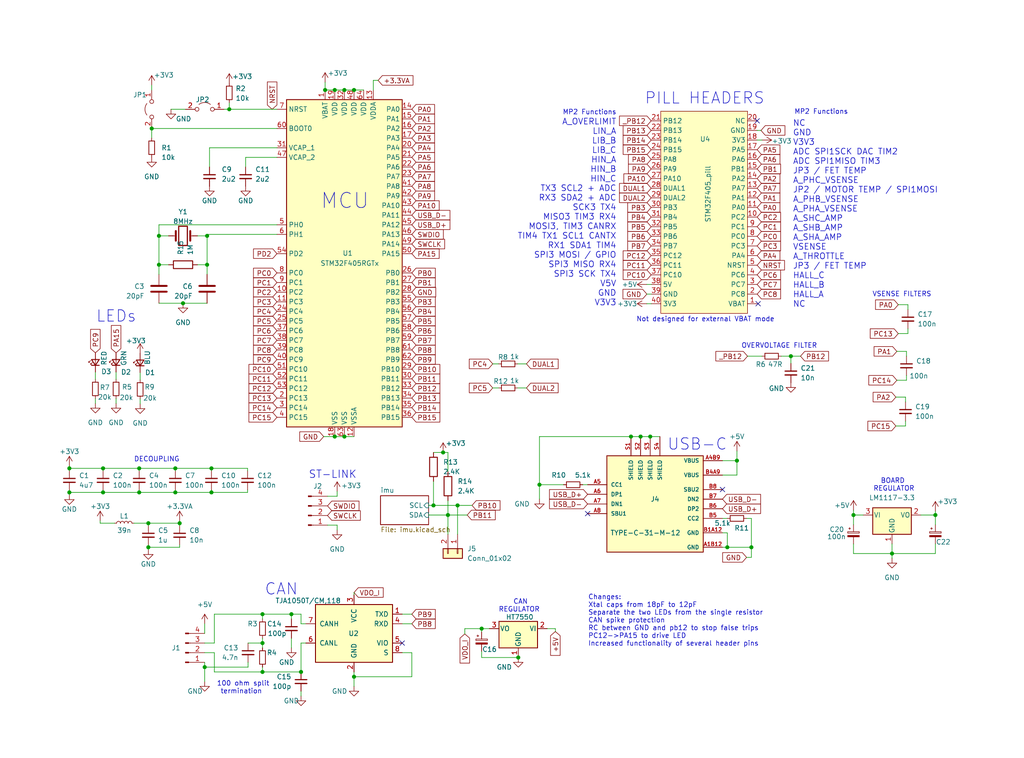
<source format=kicad_sch>
(kicad_sch (version 20230121) (generator eeschema)
  (paper "User" 270.002 200)
  (junction (at 116.84 119.38))
  (junction (at 90.805 115.189))
  (junction (at 69.215 169.672))
  (junction (at 93.345 178.562))
  (junction (at 79.375 177.292))
  (junction (at 36.703 123.571))
  (junction (at 41.91 69.85))
  (junction (at 53.975 176.022))
  (junction (at 76.835 162.052))
  (junction (at 225.044 135.89))
  (junction (at 114.3 133.35))
  (junction (at 166.37 115.189))
  (junction (at 194.31 121.539))
  (junction (at 191.77 144.399))
  (junction (at 171.45 115.189))
  (junction (at 93.345 23.749))
  (junction (at 39.116 144.399))
  (junction (at 46.228 123.571))
  (junction (at 85.725 23.749))
  (junction (at 198.12 144.399))
  (junction (at 235.204 146.05))
  (junction (at 69.215 177.292))
  (junction (at 120.65 133.35))
  (junction (at 46.228 129.921))
  (junction (at 18.288 123.571))
  (junction (at 55.753 129.921))
  (junction (at 127 165.862))
  (junction (at 48.26 80.01))
  (junction (at 90.805 23.749))
  (junction (at 55.753 123.571))
  (junction (at 142.24 127.889))
  (junction (at 88.265 23.749))
  (junction (at 18.288 129.921))
  (junction (at 136.652 173.482))
  (junction (at 27.178 123.571))
  (junction (at 168.91 115.189))
  (junction (at 47.371 138.049))
  (junction (at 36.703 129.921))
  (junction (at 246.634 135.89))
  (junction (at 27.178 129.921))
  (junction (at 54.61 62.23))
  (junction (at 40.005 33.909))
  (junction (at 88.265 115.189))
  (junction (at 41.91 62.23))
  (junction (at 118.11 135.89))
  (junction (at 208.534 93.98))
  (junction (at 69.215 162.052))
  (junction (at 54.61 69.85))
  (junction (at 60.452 28.829))
  (junction (at 39.116 138.049))
  (no_connect (at 154.94 135.509))
  (no_connect (at 190.5 129.159))
  (no_connect (at 199.644 31.877))
  (no_connect (at 199.898 80.137))
  (no_connect (at 106.045 169.672))
  (wire (pts (xy 39.116 144.399) (xy 47.371 144.399)))
  (wire (pts (xy 18.288 129.921) (xy 18.288 129.286)))
  (wire (pts (xy 108.585 178.562) (xy 108.585 172.212)))
  (wire (pts (xy 36.703 124.206) (xy 36.703 123.571)))
  (wire (pts (xy 98.425 21.209) (xy 98.425 23.749)))
  (wire (pts (xy 168.91 115.189) (xy 171.45 115.189)))
  (wire (pts (xy 191.77 140.589) (xy 191.77 144.399)))
  (wire (pts (xy 120.65 133.35) (xy 120.65 140.97)))
  (wire (pts (xy 99.695 21.209) (xy 98.425 21.209)))
  (wire (pts (xy 18.288 130.556) (xy 18.288 129.921)))
  (wire (pts (xy 127 171.831) (xy 127 173.482)))
  (wire (pts (xy 118.11 135.89) (xy 123.19 135.89)))
  (wire (pts (xy 238.76 111.125) (xy 238.76 112.395)))
  (wire (pts (xy 236.855 80.391) (xy 239.395 80.391)))
  (wire (pts (xy 25.146 98.171) (xy 25.146 100.076)))
  (wire (pts (xy 53.975 172.212) (xy 56.515 172.212)))
  (wire (pts (xy 127 165.862) (xy 129.032 165.862)))
  (wire (pts (xy 69.215 177.292) (xy 69.215 176.022)))
  (wire (pts (xy 194.31 125.349) (xy 194.31 121.539)))
  (wire (pts (xy 47.371 138.049) (xy 39.116 138.049)))
  (wire (pts (xy 46.228 129.921) (xy 55.753 129.921)))
  (wire (pts (xy 41.91 62.23) (xy 44.45 62.23)))
  (wire (pts (xy 26.416 138.049) (xy 30.226 138.049)))
  (wire (pts (xy 45.085 28.829) (xy 48.895 28.829)))
  (wire (pts (xy 93.345 156.337) (xy 93.345 156.972)))
  (wire (pts (xy 79.375 177.292) (xy 69.215 177.292)))
  (wire (pts (xy 246.634 143.51) (xy 246.634 146.05)))
  (wire (pts (xy 53.975 176.022) (xy 53.975 179.832)))
  (wire (pts (xy 55.753 123.571) (xy 65.278 123.571)))
  (wire (pts (xy 196.85 147.066) (xy 198.12 147.066)))
  (wire (pts (xy 171.45 115.189) (xy 173.99 115.189)))
  (wire (pts (xy 239.014 93.98) (xy 239.014 92.71)))
  (wire (pts (xy 64.77 41.529) (xy 73.025 41.529)))
  (wire (pts (xy 39.116 144.399) (xy 39.116 143.764)))
  (wire (pts (xy 239.014 99.06) (xy 239.014 100.33)))
  (wire (pts (xy 136.525 102.362) (xy 138.811 102.362)))
  (wire (pts (xy 59.055 28.829) (xy 60.452 28.829)))
  (wire (pts (xy 190.5 140.589) (xy 191.77 140.589)))
  (wire (pts (xy 225.044 135.89) (xy 225.044 138.43)))
  (wire (pts (xy 65.278 123.571) (xy 65.278 124.206)))
  (wire (pts (xy 76.835 162.052) (xy 79.375 162.052)))
  (wire (pts (xy 239.014 100.33) (xy 236.474 100.33)))
  (wire (pts (xy 69.215 169.672) (xy 69.215 170.942)))
  (wire (pts (xy 36.957 105.283) (xy 36.957 106.553)))
  (wire (pts (xy 238.76 112.395) (xy 236.22 112.395)))
  (wire (pts (xy 56.515 177.292) (xy 69.215 177.292)))
  (wire (pts (xy 55.753 129.286) (xy 55.753 129.921)))
  (wire (pts (xy 39.116 145.034) (xy 39.116 144.399)))
  (wire (pts (xy 85.725 21.717) (xy 85.725 23.749)))
  (wire (pts (xy 76.835 162.052) (xy 76.835 163.322)))
  (wire (pts (xy 79.375 162.052) (xy 79.375 164.592)))
  (wire (pts (xy 56.515 172.212) (xy 56.515 177.292)))
  (wire (pts (xy 64.77 44.069) (xy 64.77 41.529)))
  (wire (pts (xy 46.228 123.571) (xy 55.753 123.571)))
  (wire (pts (xy 90.805 115.189) (xy 93.345 115.189)))
  (wire (pts (xy 69.215 168.402) (xy 69.215 169.672)))
  (wire (pts (xy 113.03 135.89) (xy 118.11 135.89)))
  (wire (pts (xy 146.431 165.862) (xy 146.431 166.624)))
  (wire (pts (xy 60.452 28.829) (xy 73.025 28.829)))
  (wire (pts (xy 27.178 123.571) (xy 36.703 123.571)))
  (wire (pts (xy 80.645 164.592) (xy 79.375 164.592)))
  (wire (pts (xy 80.645 169.672) (xy 79.375 169.672)))
  (wire (pts (xy 166.37 115.189) (xy 142.24 115.189)))
  (wire (pts (xy 116.84 119.38) (xy 118.11 119.38)))
  (wire (pts (xy 113.03 133.35) (xy 114.3 133.35)))
  (wire (pts (xy 54.61 61.849) (xy 73.025 61.849)))
  (wire (pts (xy 235.204 146.05) (xy 235.204 147.32)))
  (wire (pts (xy 60.452 27.051) (xy 60.452 28.829)))
  (wire (pts (xy 225.044 134.62) (xy 225.044 135.89)))
  (wire (pts (xy 53.975 174.752) (xy 53.975 176.022)))
  (wire (pts (xy 30.607 105.156) (xy 30.607 106.426)))
  (wire (pts (xy 120.65 133.35) (xy 124.46 133.35)))
  (wire (pts (xy 197.104 93.98) (xy 200.914 93.98)))
  (wire (pts (xy 41.91 59.309) (xy 73.025 59.309)))
  (wire (pts (xy 27.178 129.921) (xy 36.703 129.921)))
  (wire (pts (xy 18.288 123.571) (xy 27.178 123.571)))
  (wire (pts (xy 198.12 136.779) (xy 198.12 144.399)))
  (wire (pts (xy 69.215 162.052) (xy 76.835 162.052)))
  (wire (pts (xy 196.85 136.779) (xy 198.12 136.779)))
  (wire (pts (xy 142.24 127.889) (xy 148.59 127.889)))
  (wire (pts (xy 56.515 169.672) (xy 53.975 169.672)))
  (wire (pts (xy 88.265 23.749) (xy 90.805 23.749)))
  (wire (pts (xy 36.957 98.298) (xy 36.957 100.203)))
  (wire (pts (xy 190.5 136.779) (xy 191.77 136.779)))
  (wire (pts (xy 79.375 169.672) (xy 79.375 177.292)))
  (wire (pts (xy 40.005 33.909) (xy 73.025 33.909)))
  (wire (pts (xy 93.345 178.562) (xy 108.585 178.562)))
  (wire (pts (xy 118.11 119.38) (xy 118.11 124.46)))
  (wire (pts (xy 208.534 93.98) (xy 205.994 93.98)))
  (wire (pts (xy 146.431 165.862) (xy 144.272 165.862)))
  (wire (pts (xy 108.585 164.592) (xy 106.045 164.592)))
  (wire (pts (xy 235.204 146.05) (xy 246.634 146.05)))
  (wire (pts (xy 199.644 36.957) (xy 200.914 36.957)))
  (wire (pts (xy 93.345 178.562) (xy 93.345 181.102)))
  (wire (pts (xy 36.703 129.921) (xy 46.228 129.921)))
  (wire (pts (xy 55.245 38.989) (xy 73.025 38.989)))
  (wire (pts (xy 76.835 168.402) (xy 76.835 170.942)))
  (wire (pts (xy 65.405 169.672) (xy 69.215 169.672)))
  (wire (pts (xy 69.215 162.052) (xy 69.215 163.322)))
  (wire (pts (xy 236.474 92.71) (xy 239.014 92.71)))
  (wire (pts (xy 129.921 96.012) (xy 131.445 96.012)))
  (wire (pts (xy 242.824 135.89) (xy 246.634 135.89)))
  (wire (pts (xy 190.5 121.539) (xy 194.31 121.539)))
  (wire (pts (xy 142.24 115.189) (xy 142.24 127.889)))
  (wire (pts (xy 236.22 104.775) (xy 238.76 104.775)))
  (wire (pts (xy 88.265 115.189) (xy 90.805 115.189)))
  (wire (pts (xy 170.561 77.597) (xy 171.704 77.597)))
  (wire (pts (xy 246.634 135.89) (xy 246.634 138.43)))
  (wire (pts (xy 208.534 93.98) (xy 208.534 95.885)))
  (wire (pts (xy 41.91 69.85) (xy 41.91 62.23)))
  (wire (pts (xy 30.607 98.171) (xy 30.607 100.076)))
  (wire (pts (xy 88.9 139.827) (xy 88.9 138.557)))
  (wire (pts (xy 122.555 165.862) (xy 122.555 167.259)))
  (wire (pts (xy 114.3 119.38) (xy 116.84 119.38)))
  (wire (pts (xy 108.585 172.212) (xy 106.045 172.212)))
  (wire (pts (xy 79.375 182.372) (xy 79.375 183.642)))
  (wire (pts (xy 85.344 115.189) (xy 88.265 115.189)))
  (wire (pts (xy 118.11 132.08) (xy 118.11 135.89)))
  (wire (pts (xy 85.725 23.749) (xy 88.265 23.749)))
  (wire (pts (xy 47.371 144.399) (xy 47.371 143.764)))
  (wire (pts (xy 47.371 137.414) (xy 47.371 138.049)))
  (wire (pts (xy 18.288 123.571) (xy 18.288 124.206)))
  (wire (pts (xy 65.278 129.921) (xy 65.278 129.286)))
  (wire (pts (xy 41.91 80.01) (xy 48.26 80.01)))
  (wire (pts (xy 41.91 59.309) (xy 41.91 62.23)))
  (wire (pts (xy 93.345 177.292) (xy 93.345 178.562)))
  (wire (pts (xy 190.5 125.349) (xy 194.31 125.349)))
  (wire (pts (xy 86.36 130.937) (xy 88.9 130.937)))
  (wire (pts (xy 170.561 80.137) (xy 171.704 80.137)))
  (wire (pts (xy 127 165.862) (xy 127 166.751)))
  (wire (pts (xy 238.76 106.045) (xy 238.76 104.775)))
  (wire (pts (xy 142.24 131.699) (xy 142.24 127.889)))
  (wire (pts (xy 18.288 122.936) (xy 18.288 123.571)))
  (wire (pts (xy 199.644 34.417) (xy 200.66 34.417)))
  (wire (pts (xy 114.3 127) (xy 114.3 133.35)))
  (wire (pts (xy 40.005 22.479) (xy 40.005 23.749)))
  (wire (pts (xy 54.61 62.23) (xy 54.61 61.849)))
  (wire (pts (xy 39.116 138.684) (xy 39.116 138.049)))
  (wire (pts (xy 227.584 135.89) (xy 225.044 135.89)))
  (wire (pts (xy 41.91 72.39) (xy 41.91 69.85)))
  (wire (pts (xy 56.515 162.052) (xy 56.515 169.672)))
  (wire (pts (xy 55.753 129.921) (xy 65.278 129.921)))
  (wire (pts (xy 198.12 144.399) (xy 191.77 144.399)))
  (wire (pts (xy 55.753 124.206) (xy 55.753 123.571)))
  (wire (pts (xy 194.31 118.999) (xy 194.31 121.539)))
  (wire (pts (xy 235.204 146.05) (xy 225.044 146.05)))
  (wire (pts (xy 170.561 75.057) (xy 171.704 75.057)))
  (wire (pts (xy 46.228 124.206) (xy 46.228 123.571)))
  (wire (pts (xy 88.9 129.667) (xy 88.9 130.937)))
  (wire (pts (xy 118.11 135.89) (xy 118.11 140.97)))
  (wire (pts (xy 190.5 144.399) (xy 191.77 144.399)))
  (wire (pts (xy 166.37 115.189) (xy 168.91 115.189)))
  (wire (pts (xy 47.371 138.684) (xy 47.371 138.049)))
  (wire (pts (xy 39.116 138.049) (xy 35.306 138.049)))
  (wire (pts (xy 27.178 124.206) (xy 27.178 123.571)))
  (wire (pts (xy 235.204 143.51) (xy 235.204 146.05)))
  (wire (pts (xy 53.975 164.592) (xy 53.975 167.132)))
  (wire (pts (xy 54.61 72.39) (xy 54.61 69.85)))
  (wire (pts (xy 18.288 129.921) (xy 27.178 129.921)))
  (wire (pts (xy 93.345 23.749) (xy 95.885 23.749)))
  (wire (pts (xy 26.416 137.414) (xy 26.416 138.049)))
  (wire (pts (xy 56.515 162.052) (xy 69.215 162.052)))
  (wire (pts (xy 239.395 86.741) (xy 239.395 88.011)))
  (wire (pts (xy 239.395 81.661) (xy 239.395 80.391)))
  (wire (pts (xy 27.178 129.286) (xy 27.178 129.921)))
  (wire (pts (xy 40.005 33.909) (xy 40.005 36.449)))
  (wire (pts (xy 122.555 165.862) (xy 127 165.862)))
  (wire (pts (xy 52.07 62.23) (xy 54.61 62.23)))
  (wire (pts (xy 108.585 162.052) (xy 106.045 162.052)))
  (wire (pts (xy 88.9 138.557) (xy 86.36 138.557)))
  (wire (pts (xy 198.12 147.066) (xy 198.12 144.399)))
  (wire (pts (xy 225.044 146.05) (xy 225.044 143.51)))
  (wire (pts (xy 154.94 127.889) (xy 153.67 127.889)))
  (wire (pts (xy 41.91 69.85) (xy 44.45 69.85)))
  (wire (pts (xy 246.634 134.874) (xy 246.634 135.89)))
  (wire (pts (xy 48.26 80.01) (xy 54.61 80.01)))
  (wire (pts (xy 52.07 69.85) (xy 54.61 69.85)))
  (wire (pts (xy 211.074 93.98) (xy 208.534 93.98)))
  (wire (pts (xy 53.975 176.022) (xy 65.405 176.022)))
  (wire (pts (xy 55.245 44.069) (xy 55.245 38.989)))
  (wire (pts (xy 90.805 23.749) (xy 93.345 23.749)))
  (wire (pts (xy 127 173.482) (xy 136.652 173.482)))
  (wire (pts (xy 239.395 88.011) (xy 236.855 88.011)))
  (wire (pts (xy 54.61 69.85) (xy 54.61 62.23)))
  (wire (pts (xy 114.3 133.35) (xy 120.65 133.35)))
  (wire (pts (xy 129.921 102.362) (xy 131.445 102.362)))
  (wire (pts (xy 36.703 123.571) (xy 46.228 123.571)))
  (wire (pts (xy 88.265 115.189) (xy 88.265 115.062)))
  (wire (pts (xy 36.703 129.286) (xy 36.703 129.921)))
  (wire (pts (xy 136.525 96.012) (xy 138.811 96.012)))
  (wire (pts (xy 46.228 129.286) (xy 46.228 129.921)))
  (wire (pts (xy 65.405 174.752) (xy 65.405 176.022)))
  (wire (pts (xy 25.146 105.156) (xy 25.146 106.426)))
  (text "MCU" (at 84.455 55.499 0) (effects (font (size 4 4)) (justify left bottom)))
  (text "CAN" (at 69.723 157.353 0) (effects (font (size 2.9972 2.9972)) (justify left bottom)))
  (text "NC\nGND\nV3V3\nADC SPI1SCK DAC TIM2\nADC SPI1MISO TIM3\nJP3 / FET TEMP\nA_PHC_VSENSE\nJP2 / MOTOR TEMP / SPI1MOSI\nA_PHB_VSENSE\nA_PHA_VSENSE\nA_SHC_AMP\nA_SHB_AMP\nA_SHA_AMP\nVSENSE\nA_THROTTLE\nJP3 / FET TEMP\nHALL_C\nHALL_B\nHALL_A\nNC" (at 209.042 81.28 0) (effects (font (size 1.56 1.56)) (justify left bottom)))
  (text "ST-LINK\n" (at 94.107 126.492 0) (effects (font (size 2 2)) (justify right bottom)))
  (text "Changes: \nXtal caps from 18pF to 12pF\nSeparate the two LEDs from the single resistor\nCAN spike protection\nRC between GND and pb12 to stop false trips\nPC12->PA15 to drive LED\nIncreased functionality of several header pins\n" (at 155.067 170.688 0) (effects (font (size 1.27 1.27)) (justify left bottom)))
  (text "A_OVERLIMIT\nLIN_A\nLIB_B\nLIB_C\nHIN_A\nHIN_B\nHIN_C\nTX3 SCL2 + ADC\nRX3 SDA2 + ADC\nSCK3 TX4\nMISO3 TIM3 RX4\nMOSI3, TIM3 CANRX\nTIM4 TX1 SCL1 CANTX\nRX1 SDA1 TIM4\nSPI3 MOSI / GPIO\nSPI3 MISO RX4\nSPI3 SCK TX4\nV5V\nGND\nV3V3" (at 162.56 80.899 0) (effects (font (size 1.56 1.56)) (justify right bottom)))
  (text "  BOARD\nREGULATOR\n\n" (at 230.251 131.826 0) (effects (font (size 1.27 1.27)) (justify left bottom)))
  (text "PILL HEADERS" (at 169.926 27.813 0) (effects (font (size 2.9972 2.9972)) (justify left bottom)))
  (text "MP2 Functions" (at 209.423 30.353 0) (effects (font (size 1.27 1.27)) (justify left bottom)))
  (text "    CAN\nREGULATOR" (at 131.445 161.671 0) (effects (font (size 1.27 1.27)) (justify left bottom)))
  (text "VSENSE FILTERS\n" (at 229.997 78.486 0) (effects (font (size 1.27 1.27)) (justify left bottom)))
  (text "OVERVOLTAGE FILTER" (at 195.453 92.075 0) (effects (font (size 1.27 1.27)) (justify left bottom)))
  (text "LEDs\n" (at 25.273 85.344 0) (effects (font (size 2.9972 2.9972)) (justify left bottom)))
  (text "USB-C\n" (at 175.895 119.126 0) (effects (font (size 2.9972 2.9972)) (justify left bottom)))
  (text "Not designed for external VBAT mode" (at 167.767 85.09 0) (effects (font (size 1.27 1.27)) (justify left bottom)))
  (text "DECOUPLING" (at 35.306 122.047 0) (effects (font (size 1.27 1.27)) (justify left bottom)))
  (text "MP2 Functions" (at 148.336 30.48 0) (effects (font (size 1.27 1.27)) (justify left bottom)))
  (text "100 ohm split\n termination" (at 57.15 183.261 0) (effects (font (size 1.27 1.27)) (justify left bottom)))
  (global_label "DUAL1" (shape input) (at 171.704 49.657 180) (property "Intersheetrefs" "${INTERSHEET_REFS}" (effects hide)))
  (global_label "PB13" (shape input) (at 108.585 105.029 0) (property "Intersheetrefs" "${INTERSHEET_REFS}" (effects hide)))
  (global_label "PC9" (shape input) (at 73.025 94.869 180) (property "Intersheetrefs" "${INTERSHEET_REFS}" (effects hide)))
  (global_label "GND" (shape input) (at 108.585 77.089 0) (property "Intersheetrefs" "${INTERSHEET_REFS}" (effects hide)))
  (global_label "PA9" (shape input) (at 171.704 44.577 180) (property "Intersheetrefs" "${INTERSHEET_REFS}" (effects hide)))
  (global_label "PB5" (shape input) (at 108.585 84.709 0) (property "Intersheetrefs" "${INTERSHEET_REFS}" (effects hide)))
  (global_label "PA4" (shape input) (at 199.644 67.437 0) (property "Intersheetrefs" "${INTERSHEET_REFS}" (effects hide)))
  (global_label "PB10" (shape input) (at 108.585 97.409 0) (property "Intersheetrefs" "${INTERSHEET_REFS}" (effects hide)))
  (global_label "PC4" (shape input) (at 73.025 82.169 180) (property "Intersheetrefs" "${INTERSHEET_REFS}" (effects hide)))
  (global_label "PA0" (shape input) (at 108.585 28.829 0) (property "Intersheetrefs" "${INTERSHEET_REFS}" (effects hide)))
  (global_label "USB_D-" (shape input) (at 154.94 132.969 180) (property "Intersheetrefs" "${INTERSHEET_REFS}" (effects hide)))
  (global_label "PB15" (shape input) (at 171.704 39.497 180) (property "Intersheetrefs" "${INTERSHEET_REFS}" (effects hide)))
  (global_label "PA7" (shape input) (at 199.644 49.657 0) (property "Intersheetrefs" "${INTERSHEET_REFS}" (effects hide)))
  (global_label "PC8" (shape input) (at 199.644 77.597 0) (property "Intersheetrefs" "${INTERSHEET_REFS}" (effects hide)))
  (global_label "PC15" (shape input) (at 236.22 112.395 180) (property "Intersheetrefs" "${INTERSHEET_REFS}" (effects hide)))
  (global_label "PB7" (shape input) (at 108.585 89.789 0) (property "Intersheetrefs" "${INTERSHEET_REFS}" (effects hide)))
  (global_label "NRST" (shape input) (at 199.644 69.977 0) (property "Intersheetrefs" "${INTERSHEET_REFS}" (effects hide)))
  (global_label "PD2" (shape input) (at 73.025 66.929 180) (property "Intersheetrefs" "${INTERSHEET_REFS}" (effects hide)))
  (global_label "PA5" (shape input) (at 108.585 41.529 0) (property "Intersheetrefs" "${INTERSHEET_REFS}" (effects hide)))
  (global_label "PA2" (shape input) (at 236.22 104.775 180) (property "Intersheetrefs" "${INTERSHEET_REFS}" (effects hide)))
  (global_label "PA6" (shape input) (at 108.585 44.069 0) (property "Intersheetrefs" "${INTERSHEET_REFS}" (effects hide)))
  (global_label "USB_D-" (shape input) (at 108.585 56.769 0) (property "Intersheetrefs" "${INTERSHEET_REFS}" (effects hide)))
  (global_label "SWCLK" (shape input) (at 108.585 64.389 0) (property "Intersheetrefs" "${INTERSHEET_REFS}" (effects hide)))
  (global_label "PC14" (shape input) (at 236.474 100.33 180) (property "Intersheetrefs" "${INTERSHEET_REFS}" (effects hide)))
  (global_label "PA8" (shape input) (at 108.585 49.149 0) (property "Intersheetrefs" "${INTERSHEET_REFS}" (effects hide)))
  (global_label "PC2" (shape input) (at 199.644 57.277 0) (property "Intersheetrefs" "${INTERSHEET_REFS}" (effects hide)))
  (global_label "PB4" (shape input) (at 171.704 57.277 180) (property "Intersheetrefs" "${INTERSHEET_REFS}" (effects hide)))
  (global_label "VDO_I" (shape input) (at 122.555 167.259 270) (property "Intersheetrefs" "${INTERSHEET_REFS}" (effects hide)))
  (global_label "PA5" (shape input) (at 199.644 39.497 0) (property "Intersheetrefs" "${INTERSHEET_REFS}" (effects hide)))
  (global_label "PC10" (shape input) (at 171.704 72.517 180) (property "Intersheetrefs" "${INTERSHEET_REFS}" (effects hide)))
  (global_label "PA7" (shape input) (at 108.585 46.609 0) (property "Intersheetrefs" "${INTERSHEET_REFS}" (effects hide)))
  (global_label "PC3" (shape input) (at 73.025 79.629 180) (property "Intersheetrefs" "${INTERSHEET_REFS}" (effects hide)))
  (global_label "USB_D+" (shape input) (at 190.5 134.239 0) (property "Intersheetrefs" "${INTERSHEET_REFS}" (effects hide)))
  (global_label "PA10" (shape input) (at 108.585 54.229 0) (property "Intersheetrefs" "${INTERSHEET_REFS}" (effects hide)))
  (global_label "PA9" (shape input) (at 108.585 51.689 0) (property "Intersheetrefs" "${INTERSHEET_REFS}" (effects hide)))
  (global_label "PB9" (shape input) (at 108.585 94.869 0) (property "Intersheetrefs" "${INTERSHEET_REFS}" (effects hide)))
  (global_label "PB11" (shape input) (at 108.585 99.949 0) (property "Intersheetrefs" "${INTERSHEET_REFS}" (effects hide)))
  (global_label "PC1" (shape input) (at 73.025 74.549 180) (property "Intersheetrefs" "${INTERSHEET_REFS}" (effects hide)))
  (global_label "PB14" (shape input) (at 171.704 36.957 180) (property "Intersheetrefs" "${INTERSHEET_REFS}" (effects hide)))
  (global_label "PC7" (shape input) (at 199.644 75.057 0) (property "Intersheetrefs" "${INTERSHEET_REFS}" (effects hide)))
  (global_label "PB6" (shape input) (at 171.704 62.357 180) (property "Intersheetrefs" "${INTERSHEET_REFS}" (effects hide)))
  (global_label "PA4" (shape input) (at 108.585 38.989 0) (property "Intersheetrefs" "${INTERSHEET_REFS}" (effects hide)))
  (global_label "SWDIO" (shape input) (at 108.585 61.849 0) (property "Intersheetrefs" "${INTERSHEET_REFS}" (effects hide)))
  (global_label "PA6" (shape input) (at 199.644 42.037 0) (property "Intersheetrefs" "${INTERSHEET_REFS}" (effects hide)))
  (global_label "USB_D+" (shape input) (at 108.585 59.309 0) (property "Intersheetrefs" "${INTERSHEET_REFS}" (effects hide)))
  (global_label "PA0" (shape input) (at 199.644 54.737 0) (property "Intersheetrefs" "${INTERSHEET_REFS}" (effects hide)))
  (global_label "PB11" (shape input) (at 123.19 135.89 0) (property "Intersheetrefs" "${INTERSHEET_REFS}" (effects hide)))
  (global_label "+3.3VA" (shape input) (at 99.695 21.209 0) (property "Intersheetrefs" "${INTERSHEET_REFS}" (effects hide)))
  (global_label "_PB12" (shape input) (at 197.104 93.98 180) (property "Intersheetrefs" "${INTERSHEET_REFS}" (effects hide)))
  (global_label "DUAL2" (shape input) (at 171.704 52.197 180) (property "Intersheetrefs" "${INTERSHEET_REFS}" (effects hide)))
  (global_label "PC8" (shape input) (at 73.025 92.329 180) (property "Intersheetrefs" "${INTERSHEET_REFS}" (effects hide)))
  (global_label "PA1" (shape input) (at 236.474 92.71 180) (property "Intersheetrefs" "${INTERSHEET_REFS}" (effects hide)))
  (global_label "PB10" (shape input) (at 124.46 133.35 0) (property "Intersheetrefs" "${INTERSHEET_REFS}" (effects hide)))
  (global_label "PA15" (shape input) (at 108.585 66.929 0) (property "Intersheetrefs" "${INTERSHEET_REFS}" (effects hide)))
  (global_label "NRST" (shape input) (at 71.755 28.829 90) (property "Intersheetrefs" "${INTERSHEET_REFS}" (effects hide)))
  (global_label "PB3" (shape input) (at 171.704 54.737 180) (property "Intersheetrefs" "${INTERSHEET_REFS}" (effects hide)))
  (global_label "PA8" (shape input) (at 171.704 42.037 180) (property "Intersheetrefs" "${INTERSHEET_REFS}" (effects hide)))
  (global_label "PC9" (shape input) (at 25.146 93.091 90) (property "Intersheetrefs" "${INTERSHEET_REFS}" (effects hide)))
  (global_label "PB15" (shape input) (at 108.585 110.109 0) (property "Intersheetrefs" "${INTERSHEET_REFS}" (effects hide)))
  (global_label "PB4" (shape input) (at 108.585 82.169 0) (property "Intersheetrefs" "${INTERSHEET_REFS}" (effects hide)))
  (global_label "PB7" (shape input) (at 171.704 64.897 180) (property "Intersheetrefs" "${INTERSHEET_REFS}" (effects hide)))
  (global_label "PC1" (shape input) (at 199.644 59.817 0) (property "Intersheetrefs" "${INTERSHEET_REFS}" (effects hide)))
  (global_label "PC5" (shape input) (at 73.025 84.709 180) (property "Intersheetrefs" "${INTERSHEET_REFS}" (effects hide)))
  (global_label "PC12" (shape input) (at 171.704 67.437 180) (property "Intersheetrefs" "${INTERSHEET_REFS}" (effects hide)))
  (global_label "PC10" (shape input) (at 73.025 97.409 180) (property "Intersheetrefs" "${INTERSHEET_REFS}" (effects hide)))
  (global_label "PA3" (shape input) (at 108.585 36.449 0) (property "Intersheetrefs" "${INTERSHEET_REFS}" (effects hide)))
  (global_label "PC0" (shape input) (at 73.025 72.009 180) (property "Intersheetrefs" "${INTERSHEET_REFS}" (effects hide)))
  (global_label "PC13" (shape input) (at 236.855 88.011 180) (property "Intersheetrefs" "${INTERSHEET_REFS}" (effects hide)))
  (global_label "_PB12" (shape input) (at 171.704 31.877 180) (property "Intersheetrefs" "${INTERSHEET_REFS}" (effects hide)))
  (global_label "PB1" (shape input) (at 108.585 74.549 0) (property "Intersheetrefs" "${INTERSHEET_REFS}" (effects hide)))
  (global_label "SWCLK" (shape input) (at 86.36 136.017 0) (property "Intersheetrefs" "${INTERSHEET_REFS}" (effects hide)))
  (global_label "PB6" (shape input) (at 108.585 87.249 0) (property "Intersheetrefs" "${INTERSHEET_REFS}" (effects hide)))
  (global_label "PC3" (shape input) (at 199.644 64.897 0) (property "Intersheetrefs" "${INTERSHEET_REFS}" (effects hide)))
  (global_label "USB_D-" (shape input) (at 190.5 131.699 0) (property "Intersheetrefs" "${INTERSHEET_REFS}" (effects hide)))
  (global_label "PC12" (shape input) (at 73.025 102.489 180) (property "Intersheetrefs" "${INTERSHEET_REFS}" (effects hide)))
  (global_label "PB8" (shape input) (at 108.585 92.329 0) (property "Intersheetrefs" "${INTERSHEET_REFS}" (effects hide)))
  (global_label "PC11" (shape input) (at 73.025 99.949 180) (property "Intersheetrefs" "${INTERSHEET_REFS}" (effects hide)))
  (global_label "PC2" (shape input) (at 73.025 77.089 180) (property "Intersheetrefs" "${INTERSHEET_REFS}" (effects hide)))
  (global_label "PC0" (shape input) (at 199.644 62.357 0) (property "Intersheetrefs" "${INTERSHEET_REFS}" (effects hide)))
  (global_label "PB3" (shape input) (at 108.585 79.629 0) (property "Intersheetrefs" "${INTERSHEET_REFS}" (effects hide)))
  (global_label "PA1" (shape input) (at 108.585 31.369 0) (property "Intersheetrefs" "${INTERSHEET_REFS}" (effects hide)))
  (global_label "PA2" (shape input) (at 199.644 47.117 0) (property "Intersheetrefs" "${INTERSHEET_REFS}" (effects hide)))
  (global_label "PC6" (shape input) (at 73.025 87.249 180) (property "Intersheetrefs" "${INTERSHEET_REFS}" (effects hide)))
  (global_label "PA0" (shape input) (at 236.855 80.391 180) (property "Intersheetrefs" "${INTERSHEET_REFS}" (effects hide)))
  (global_label "SWDIO" (shape input) (at 86.36 133.477 0) (property "Intersheetrefs" "${INTERSHEET_REFS}" (effects hide)))
  (global_label "PC7" (shape input) (at 73.025 89.789 180) (property "Intersheetrefs" "${INTERSHEET_REFS}" (effects hide)))
  (global_label "GND" (shape input) (at 196.85 147.066 180) (property "Intersheetrefs" "${INTERSHEET_REFS}" (effects hide)))
  (global_label "DUAL2" (shape input) (at 138.811 102.362 0) (property "Intersheetrefs" "${INTERSHEET_REFS}" (effects hide)))
  (global_label "PC5" (shape input) (at 129.921 102.362 180) (property "Intersheetrefs" "${INTERSHEET_REFS}" (effects hide)))
  (global_label "PB1" (shape input) (at 199.644 44.577 0) (property "Intersheetrefs" "${INTERSHEET_REFS}" (effects hide)))
  (global_label "PA15" (shape input) (at 30.607 93.091 90) (property "Intersheetrefs" "${INTERSHEET_REFS}" (effects hide)))
  (global_label "PB8" (shape input) (at 108.585 164.592 0) (property "Intersheetrefs" "${INTERSHEET_REFS}" (effects hide)))
  (global_label "PB14" (shape input) (at 108.585 107.569 0) (property "Intersheetrefs" "${INTERSHEET_REFS}" (effects hide)))
  (global_label "GND" (shape input) (at 85.344 115.189 180) (property "Intersheetrefs" "${INTERSHEET_REFS}" (effects hide)))
  (global_label "PA2" (shape input) (at 108.585 33.909 0) (property "Intersheetrefs" "${INTERSHEET_REFS}" (effects hide)))
  (global_label "PC11" (shape input) (at 171.704 69.977 180) (property "Intersheetrefs" "${INTERSHEET_REFS}" (effects hide)))
  (global_label "PC15" (shape input) (at 73.025 110.109 180) (property "Intersheetrefs" "${INTERSHEET_REFS}" (effects hide)))
  (global_label "DUAL1" (shape input) (at 138.811 96.012 0) (property "Intersheetrefs" "${INTERSHEET_REFS}" (effects hide)))
  (global_label "PC13" (shape input) (at 73.025 105.029 180) (property "Intersheetrefs" "${INTERSHEET_REFS}" (effects hide)))
  (global_label "PB12" (shape input) (at 211.074 93.98 0) (property "Intersheetrefs" "${INTERSHEET_REFS}" (effects hide)))
  (global_label "PB9" (shape input) (at 108.585 162.052 0) (property "Intersheetrefs" "${INTERSHEET_REFS}" (effects hide)))
  (global_label "PC4" (shape input) (at 129.921 96.012 180) (property "Intersheetrefs" "${INTERSHEET_REFS}" (effects hide)))
  (global_label "VDO_I" (shape input) (at 93.345 156.337 0) (property "Intersheetrefs" "${INTERSHEET_REFS}" (effects hide)))
  (global_label "PB13" (shape input) (at 171.704 34.417 180) (property "Intersheetrefs" "${INTERSHEET_REFS}" (effects hide)))
  (global_label "+5V" (shape input) (at 146.431 166.624 270) (property "Intersheetrefs" "${INTERSHEET_REFS}" (effects hide)))
  (global_label "GND" (shape input) (at 200.66 34.417 0) (property "Intersheetrefs" "${INTERSHEET_REFS}" (effects hide)))
  (global_label "PB5" (shape input) (at 171.704 59.817 180) (property "Intersheetrefs" "${INTERSHEET_REFS}" (effects hide)))
  (global_label "PC6" (shape input) (at 199.644 72.517 0) (property "Intersheetrefs" "${INTERSHEET_REFS}" (effects hide)))
  (global_label "PB0" (shape input) (at 108.585 72.009 0) (property "Intersheetrefs" "${INTERSHEET_REFS}" (effects hide)))
  (global_label "GND" (shape input) (at 170.561 77.597 180) (property "Intersheetrefs" "${INTERSHEET_REFS}" (effects hide)))
  (global_label "PA1" (shape input) (at 199.644 52.197 0) (property "Intersheetrefs" "${INTERSHEET_REFS}" (effects hide)))
  (global_label "USB_D+" (shape input) (at 154.94 130.429 180) (property "Intersheetrefs" "${INTERSHEET_REFS}" (effects hide)))
  (global_label "PB12" (shape input) (at 108.585 102.489 0) (property "Intersheetrefs" "${INTERSHEET_REFS}" (effects hide)))
  (global_label "PA10" (shape input) (at 171.704 47.117 180) (property "Intersheetrefs" "${INTERSHEET_REFS}" (effects hide)))
  (global_label "PC14" (shape input) (at 73.025 107.569 180) (property "Intersheetrefs" "${INTERSHEET_REFS}" (effects hide)))
  (symbol (lib_id "Device:R_Small") (at 133.985 102.362 270) (unit 1)
    (property "Reference" "R12" (at 133.985 100.584 90) (effects (justify right)))
    (property "Value" "1k" (at 136.906 100.457 90) (effects (justify right)))
    (property "Footprint" "Resistor_SMD:R_0402_1005Metric" (effects hide))
    (property "LCSC" "C11702" (effects hide))
  )
  (symbol (lib_id "Device:C_Polarized_Small") (at 127 169.291 0) (unit 1)
    (property "Reference" "C16" (at 127.127 171.323 0) (effects (justify left)))
    (property "Value" "10u" (effects hide))
    (property "Footprint" "Capacitor_SMD:C_0603_1608Metric" (effects hide))
    (property "Datasheet" "https://datasheet.lcsc.com/lcsc/2201131330_ROHM-Semicon-TCM1A106M8R_C962635.pdf" (effects hide))
    (property "LCSC" "C962635" (effects hide))
  )
  (symbol (lib_id "Device:R_Small") (at 40.005 38.989 180) (unit 1)
    (property "Reference" "R1" (at 42.545 38.9889 0) (effects (justify right)))
    (property "Value" "10k" (at 42.545 41.529 0) (effects (justify right)))
    (property "Footprint" "Resistor_SMD:R_0402_1005Metric" (effects hide))
    (property "LCSC" "C25744" (effects hide))
  )
  (symbol (lib_id "power:+5V") (at 170.561 75.057 90) (mirror x) (unit 1)
    (property "Reference" "#PWR023" (effects hide))
    (property "Value" "+5V" (at 168.021 75.057 90) (effects (justify left)))
  )
  (symbol (lib_id "power:+5V") (at 194.31 118.999 0) (mirror y) (unit 1)
    (property "Reference" "#PWR036" (effects hide))
    (property "Value" "+5V" (at 194.31 115.189 0))
  )
  (symbol (lib_id "power:GND") (at 40.005 41.529 0) (unit 1)
    (property "Reference" "#PWR07" (effects hide))
    (property "Value" "GND" (at 40.005 46.609 0))
  )
  (symbol (lib_id "Device:C_Small") (at 79.375 179.832 0) (mirror y) (unit 1)
    (property "Reference" "C15" (at 76.835 178.562 0) (effects (justify left)))
    (property "Value" "100p" (at 76.835 181.102 0) (effects (justify left)))
    (property "Footprint" "Capacitor_SMD:C_0402_1005Metric" (effects hide))
    (property "LCSC" "C1546" (effects hide))
  )
  (symbol (lib_id "CCC_ESC_Custom_Symbols:STM32F405_pill") (at 174.244 29.337 0) (unit 1) (in_bom no)
    (property "Reference" "U4" (at 185.928 36.703 0))
    (property "Value" "STM32F405_pill" (at 186.69 51.181 90))
    (property "Footprint" "CCC_ESC_Custom_parts:STM32F405_pill" (effects hide))
    (property "DNP" "YES" (effects hide))
  )
  (symbol (lib_id "STM32F4_REV2-rescue:+3.3V-power") (at 26.416 137.414 0) (unit 1)
    (property "Reference" "#PWR04" (effects hide))
    (property "Value" "+3.3V" (at 26.416 133.604 0))
  )
  (symbol (lib_id "Device:R") (at 48.26 69.85 270) (unit 1)
    (property "Reference" "R15" (at 47.625 67.31 0) (effects (justify right)))
    (property "Value" "1M" (at 50.165 67.31 0) (effects (justify right)))
    (property "Footprint" "Resistor_SMD:R_0402_1005Metric" (effects hide))
    (property "MPN" "C26083" (effects hide))
  )
  (symbol (lib_id "power:GND") (at 25.146 106.426 0) (unit 1)
    (property "Reference" "#PWR0104" (effects hide))
    (property "Value" "GND" (at 25.146 111.506 0))
  )
  (symbol (lib_id "Connector:Conn_01x04_Male") (at 81.28 136.017 0) (mirror x) (unit 1) (in_bom no)
    (property "Reference" "J2" (at 84.963 128.27 0) (effects (justify right)))
    (property "Value" "Conn_01x04_Male" (effects hide))
    (property "Footprint" "Connector:my_4_pin" (effects hide))
    (property "DNP" "YES" (effects hide))
  )
  (symbol (lib_id "power:+3V3") (at 170.561 80.137 90) (mirror x) (unit 1)
    (property "Reference" "#PWR025" (effects hide))
    (property "Value" "+3V3" (at 168.021 80.137 90) (effects (justify left)))
  )
  (symbol (lib_id "TYPE-C-31-M-12:TYPE-C-31-M-12") (at 172.72 132.969 0) (unit 1)
    (property "Reference" "J4" (at 172.72 131.699 0))
    (property "Value" "TYPE-C-31-M-12" (at 170.18 140.589 0))
    (property "Footprint" "TYPE-C-31-M-12:HRO_TYPE-C-31-M-12" (effects hide))
    (property "Datasheet" "https://datasheet.lcsc.com/lcsc/2205251630_Korean-Hroparts-Elec-TYPE-C-31-M-12_C165948.pdf" (effects hide))
    (property "STANDARD" "Manufacturer Recommendations" (effects hide))
    (property "PARTREV" "A" (effects hide))
    (property "MAXIMUM_PACKAGE_HEIGHT" "3.31mm" (effects hide))
    (property "MANUFACTURER" "HRO Electronics" (effects hide))
    (property "LCSC" "C165948" (effects hide))
  )
  (symbol (lib_id "Device:C_Small") (at 39.116 141.224 0) (unit 1)
    (property "Reference" "C5" (at 41.656 139.954 0) (effects (justify left)))
    (property "Value" "1u" (at 41.656 142.494 0) (effects (justify left)))
    (property "Footprint" "Capacitor_SMD:C_0402_1005Metric" (effects hide))
    (property "Datasheet" "https://datasheet.lcsc.com/lcsc/1811091611_Samsung-Electro-Mechanics-CL05A105KA5NQNC_C52923.pdf" (effects hide))
    (property "LCSC" "C52923" (effects hide))
  )
  (symbol (lib_id "power:+3V3") (at 246.634 134.874 0) (unit 1)
    (property "Reference" "#PWR030" (effects hide))
    (property "Value" "+3V3" (at 249.809 132.334 0))
  )
  (symbol (lib_id "Device:C_Small") (at 65.405 172.212 0) (mirror y) (unit 1)
    (property "Reference" "C13" (at 62.865 170.942 0) (effects (justify left)))
    (property "Value" "4.7n" (at 62.865 173.482 0) (effects (justify left)))
    (property "Footprint" "Capacitor_SMD:C_0402_1005Metric" (effects hide))
    (property "Datasheet" "https://datasheet.lcsc.com/lcsc/1811031110_FH--Guangdong-Fenghua-Advanced-Tech-0402B472K500NT_C1538.pdf" (effects hide))
    (property "LCSC" "C1538" (effects hide))
  )
  (symbol (lib_id "power:+3V3") (at 200.914 36.957 270) (unit 1)
    (property "Reference" "#PWR032" (effects hide))
    (property "Value" "+3V3" (at 203.454 37.211 90) (effects (justify left)))
  )
  (symbol (lib_id "power:GND") (at 18.288 130.556 0) (unit 1)
    (property "Reference" "#PWR02" (effects hide))
    (property "Value" "GND" (at 18.288 134.366 0))
  )
  (symbol (lib_id "Jumper:Jumper_2_Open") (at 53.975 28.829 0) (mirror y) (unit 1)
    (property "Reference" "JP2" (at 55.245 26.289 0) (effects (justify left)))
    (property "Value" "Jumper_2_Open" (effects hide))
    (property "Footprint" "Connector:my_2_pin" (effects hide))
    (property "DNP" "YES" (effects hide))
  )
  (symbol (lib_id "Device:C_Small") (at 36.703 126.746 0) (unit 1)
    (property "Reference" "C4" (at 39.243 125.476 0) (effects (justify left)))
    (property "Value" "100n" (at 39.243 128.016 0) (effects (justify left)))
    (property "Footprint" "Capacitor_SMD:C_0402_1005Metric" (effects hide))
    (property "Datasheet" "https://datasheet.lcsc.com/lcsc/1810191219_Samsung-Electro-Mechanics-CL05B104KO5NNNC_C1525.pdf" (effects hide))
    (property "LCSC" "C1525" (effects hide))
  )
  (symbol (lib_id "Device:R_Small") (at 194.31 136.779 90) (unit 1)
    (property "Reference" "R11" (at 195.58 139.319 90))
    (property "Value" "5.1k" (at 190.5 138.049 90))
    (property "Footprint" "Resistor_SMD:R_0402_1005Metric" (effects hide))
    (property "LCSC" "C25905" (effects hide))
  )
  (symbol (lib_id "Device:R") (at 118.11 128.27 180) (unit 1)
    (property "Reference" "R14" (at 120.65 127 0) (effects (justify right)))
    (property "Value" "2.4K" (at 120.65 129.54 0) (effects (justify right)))
    (property "Footprint" "Resistor_SMD:R_0805_2012Metric" (effects hide))
    (property "MPN" "C17526" (effects hide))
  )
  (symbol (lib_id "power:+3V3") (at 88.9 129.667 0) (unit 1)
    (property "Reference" "#PWR028" (effects hide))
    (property "Value" "+3V3" (at 92.583 128.143 0))
  )
  (symbol (lib_id "Device:C_Small") (at 18.288 126.746 0) (unit 1)
    (property "Reference" "C1" (at 20.828 125.476 0) (effects (justify left)))
    (property "Value" "4u7" (at 20.828 128.016 0) (effects (justify left)))
    (property "Footprint" "Capacitor_SMD:C_0402_1005Metric" (effects hide))
    (property "Datasheet" "https://datasheet.lcsc.com/lcsc/1810261514_Samsung-Electro-Mechanics-CL10A475KO8NNNC_C19666.pdf" (effects hide))
    (property "LCSC" "C23733" (effects hide))
  )
  (symbol (lib_id "Regulator_Linear:LM1117-3.3") (at 235.204 135.89 0) (unit 1)
    (property "Reference" "U3" (effects hide))
    (property "Value" "LM1117-3.3" (at 235.204 131.318 0))
    (property "Footprint" "Package_TO_SOT_SMD:SOT-223-3_TabPin2" (effects hide))
    (property "Datasheet" "https://datasheet.lcsc.com/lcsc/1811131822_HTC-Korea-TAEJIN-Tech-LM1117S-3-3_C126027.pdf" (effects hide))
    (property "LCSC" "C126027" (effects hide))
  )
  (symbol (lib_id "power:GND") (at 36.957 106.553 0) (unit 1)
    (property "Reference" "#PWR013" (effects hide))
    (property "Value" "GND" (at 36.957 111.633 0))
  )
  (symbol (lib_id "Device:R_Small") (at 203.454 93.98 270) (unit 1)
    (property "Reference" "R6" (at 201.93 96.139 90) (effects (justify right)))
    (property "Value" "47R" (at 206.375 96.139 90) (effects (justify right)))
    (property "Footprint" "Resistor_SMD:R_0402_1005Metric" (effects hide))
    (property "LCSC" "C25118" (effects hide))
  )
  (symbol (lib_id "Regulator_Linear:L79L08_SOT89") (at 136.652 165.862 180) (unit 1)
    (property "Reference" "U5" (effects hide))
    (property "Value" "HT7550" (at 137.033 162.814 0))
    (property "Footprint" "Package_TO_SOT_SMD:SOT-89-3" (effects hide))
    (property "Datasheet" "https://datasheet.lcsc.com/lcsc/1811061932_Holtek-Semicon-HT7550-1_C16106.pdf" (effects hide))
    (property "LCSC" "C16106" (effects hide))
  )
  (symbol (lib_id "power:+3V3") (at 85.725 21.717 0) (unit 1)
    (property "Reference" "#PWR017" (effects hide))
    (property "Value" "+3V3" (at 89.027 19.304 0))
  )
  (symbol (lib_id "Device:R_Small") (at 25.146 102.616 180) (unit 1)
    (property "Reference" "R7" (at 26.289 102.235 0) (effects (justify right)))
    (property "Value" "20k" (at 25.781 104.775 0) (effects (justify right)))
    (property "Footprint" "Resistor_SMD:R_0402_1005Metric" (effects hide))
    (property "LCSC" "C25765" (effects hide))
  )
  (symbol (lib_id "Device:R_Small") (at 133.985 96.012 270) (unit 1)
    (property "Reference" "R8" (at 133.985 94.234 90) (effects (justify right)))
    (property "Value" "1k" (at 136.906 94.107 90) (effects (justify right)))
    (property "Footprint" "Resistor_SMD:R_0402_1005Metric" (effects hide))
    (property "LCSC" "C11702" (effects hide))
  )
  (symbol (lib_id "power:GND") (at 48.26 80.01 0) (unit 1)
    (property "Reference" "#PWR06" (effects hide))
    (property "Value" "GND" (at 48.26 85.09 0))
  )
  (symbol (lib_id "Device:C_Small") (at 55.245 46.609 0) (unit 1)
    (property "Reference" "C9" (at 58.42 44.704 0) (effects (justify left)))
    (property "Value" "2u2" (at 58.42 47.244 0) (effects (justify left)))
    (property "Footprint" "Capacitor_SMD:C_0603_1608Metric" (effects hide))
    (property "Datasheet" "https://datasheet.lcsc.com/lcsc/1810271109_Samsung-Electro-Mechanics-CL10A225KO8NNNC_C23630.pdf" (effects hide))
    (property "LCSC" "C23630" (effects hide))
  )
  (symbol (lib_id "power:GND") (at 55.245 49.149 0) (unit 1)
    (property "Reference" "#PWR011" (effects hide))
    (property "Value" "GND" (at 55.245 52.959 0))
  )
  (symbol (lib_id "Device:L_Small") (at 32.766 138.049 90) (unit 1)
    (property "Reference" "L1" (at 32.766 136.144 90))
    (property "Value" "39n" (at 32.766 139.954 90))
    (property "Footprint" "Inductor_SMD:L_0402_1005Metric" (effects hide))
    (property "Datasheet" "https://datasheet.lcsc.com/lcsc/2110081230_Sunlord-SDCL1005C39NJTDF_C26443.pdf" (effects hide))
    (property "LCSC" "C26443" (effects hide))
  )
  (symbol (lib_id "power:+5V") (at 225.044 134.62 0) (unit 1)
    (property "Reference" "#PWR022" (effects hide))
    (property "Value" "+5V" (at 221.996 133.35 0))
  )
  (symbol (lib_id "Device:R_Small") (at 69.215 173.482 0) (mirror x) (unit 1)
    (property "Reference" "R4" (at 73.025 172.212 0) (effects (justify right)))
    (property "Value" "100Ω" (effects hide))
    (property "Footprint" "Resistor_SMD:R_0402_1005Metric" (effects hide))
    (property "LCSC" "C25076" (effects hide))
  )
  (symbol (lib_id "Device:C_Small") (at 208.534 98.425 0) (unit 1)
    (property "Reference" "C21" (at 211.074 97.155 0) (effects (justify left)))
    (property "Value" "10n" (at 211.074 99.695 0) (effects (justify left)))
    (property "Footprint" "Capacitor_SMD:C_0402_1005Metric" (effects hide))
    (property "LCSC" "C15195" (effects hide))
  )
  (symbol (lib_id "Device:R_Small") (at 30.607 102.616 180) (unit 1)
    (property "Reference" "R5" (at 32.131 102.108 0) (effects (justify right)))
    (property "Value" "20k" (at 31.496 104.902 0) (effects (justify right)))
    (property "Footprint" "Resistor_SMD:R_0402_1005Metric" (effects hide))
    (property "LCSC" "C25765" (effects hide))
  )
  (symbol (lib_id "STM32F4_REV2-rescue:+3.3V-power") (at 18.288 122.936 0) (unit 1)
    (property "Reference" "#PWR01" (effects hide))
    (property "Value" "+3.3V" (at 18.288 119.126 0))
  )
  (symbol (lib_id "power:GND") (at 142.24 131.699 0) (unit 1)
    (property "Reference" "#PWR020" (effects hide))
    (property "Value" "GND" (at 139.7 132.9691 0) (effects (justify right)))
  )
  (symbol (lib_id "Device:C_Small") (at 27.178 126.746 0) (unit 1)
    (property "Reference" "C2" (at 29.718 125.476 0) (effects (justify left)))
    (property "Value" "100n" (at 29.718 128.016 0) (effects (justify left)))
    (property "Footprint" "Capacitor_SMD:C_0402_1005Metric" (effects hide))
    (property "Datasheet" "https://datasheet.lcsc.com/lcsc/1810191219_Samsung-Electro-Mechanics-CL05B104KO5NNNC_C1525.pdf" (effects hide))
    (property "LCSC" "C1525" (effects hide))
  )
  (symbol (lib_id "Device:C_Small") (at 76.835 165.862 0) (mirror y) (unit 1)
    (property "Reference" "C14" (at 74.295 164.592 0) (effects (justify left)))
    (property "Value" "100p" (at 75.565 167.132 0) (effects (justify left)))
    (property "Footprint" "Capacitor_SMD:C_0402_1005Metric" (effects hide))
    (property "LCSC" "C1546" (effects hide))
  )
  (symbol (lib_id "Device:C_Small") (at 239.014 96.52 0) (unit 1)
    (property "Reference" "C18" (at 241.554 95.25 0) (effects (justify left)))
    (property "Value" "100n" (at 239.776 99.187 0) (effects (justify left)))
    (property "Footprint" "Capacitor_SMD:C_0402_1005Metric" (effects hide))
    (property "Datasheet" "https://datasheet.lcsc.com/lcsc/1810191219_Samsung-Electro-Mechanics-CL05B104KO5NNNC_C1525.pdf" (effects hide))
    (property "LCSC" "C1525" (effects hide))
  )
  (symbol (lib_id "Device:C_Small") (at 55.753 126.746 0) (unit 1)
    (property "Reference" "C10" (at 58.293 125.476 0) (effects (justify left)))
    (property "Value" "100n" (at 58.293 128.016 0) (effects (justify left)))
    (property "Footprint" "Capacitor_SMD:C_0402_1005Metric" (effects hide))
    (property "Datasheet" "https://datasheet.lcsc.com/lcsc/1810191219_Samsung-Electro-Mechanics-CL05B104KO5NNNC_C1525.pdf" (effects hide))
    (property "LCSC" "C1525" (effects hide))
  )
  (symbol (lib_id "Device:R") (at 114.3 123.19 0) (unit 1)
    (property "Reference" "R13" (at 116.84 121.92 0) (effects (justify left)))
    (property "Value" "2.4K" (at 116.84 124.46 0) (effects (justify left)))
    (property "Footprint" "Resistor_SMD:R_0805_2012Metric" (effects hide))
    (property "MPN" "C17526" (effects hide))
  )
  (symbol (lib_id "power:GND") (at 76.835 170.942 0) (unit 1)
    (property "Reference" "#PWR016" (effects hide))
    (property "Value" "GND" (at 75.565 174.752 0))
  )
  (symbol (lib_id "Device:C_Polarized_Small") (at 225.044 140.97 0) (unit 1)
    (property "Reference" "C20" (at 218.694 139.7 0) (effects (justify left)))
    (property "Value" "100n" (at 218.059 141.605 0) (effects (justify left)))
    (property "Footprint" "Capacitor_Tantalum_SMD:CP_EIA-3216-18_Kemet-A" (effects hide))
    (property "Datasheet" "https://datasheet.lcsc.com/lcsc/1810252220_KEMET-T491A106K016AT_C110055.pdf" (effects hide))
    (property "LCSC" "C122257" (effects hide))
  )
  (symbol (lib_id "Connector_Generic:Conn_01x02") (at 120.65 146.05 270) (unit 1)
    (property "Reference" "J5" (at 123.19 144.78 90) (effects (justify left)))
    (property "Value" "Conn_01x02" (at 123.19 147.32 90) (effects (justify left)))
    (property "Footprint" "Connector_PinHeader_2.54mm:PinHeader_1x02_P2.54mm_Vertical" (effects hide))
  )
  (symbol (lib_id "power:GND") (at 30.607 106.426 0) (unit 1)
    (property "Reference" "#PWR027" (effects hide))
    (property "Value" "GND" (at 30.607 111.506 0))
  )
  (symbol (lib_id "power:+3V3") (at 60.452 21.971 0) (unit 1)
    (property "Reference" "#PWR012" (effects hide))
    (property "Value" "+3V3" (at 63.881 20.193 0))
  )
  (symbol (lib_id "Jumper:Jumper_2_Open") (at 40.005 28.829 90) (mirror x) (unit 1)
    (property "Reference" "JP1" (at 38.735 25.019 90) (effects (justify left)))
    (property "Value" "Jumper_2_Open" (effects hide))
    (property "Footprint" "Connector:my_2_pin" (effects hide))
    (property "DNP" "YES" (effects hide))
  )
  (symbol (lib_id "power:GND") (at 88.9 139.827 0) (unit 1)
    (property "Reference" "#PWR029" (effects hide))
    (property "Value" "GND" (at 88.9 144.907 0))
  )
  (symbol (lib_id "MCU_ST_STM32F4:STM32F405RGTx") (at 90.805 69.469 0) (unit 1)
    (property "Reference" "U1" (at 90.297 66.802 0) (effects (justify left)))
    (property "Value" "STM32F405RGTx" (at 84.455 69.469 0) (effects (justify left)))
    (property "Footprint" "Package_QFP:LQFP-64_10x10mm_P0.5mm" (effects hide))
    (property "Datasheet" "http://www.st.com/st-web-ui/static/active/en/resource/technical/document/datasheet/DM00037051.pdf" (effects hide))
    (property "LCSC" "C15742" (effects hide))
  )
  (symbol (lib_id "power:GND") (at 136.652 173.482 0) (unit 1)
    (property "Reference" "#PWR019" (effects hide))
    (property "Value" "GND" (at 132.969 176.022 0))
  )
  (symbol (lib_id "Device:R_Small") (at 36.957 102.743 180) (unit 1)
    (property "Reference" "R9" (at 38.1 102.108 0) (effects (justify right)))
    (property "Value" "20k" (at 37.719 105.029 0) (effects (justify right)))
    (property "Footprint" "Resistor_SMD:R_0402_1005Metric" (effects hide))
    (property "LCSC" "C25765" (effects hide))
  )
  (symbol (lib_id "Connector:Conn_01x04_Male") (at 48.895 172.212 0) (mirror x) (unit 1) (in_bom no)
    (property "Reference" "J1" (at 47.625 170.9419 0) (effects (justify right)))
    (property "Value" "Conn_01x04_Male" (effects hide))
    (property "Footprint" "Connector:my_4_pin" (effects hide))
    (property "DNP" "YES" (effects hide))
  )
  (symbol (lib_id "Device:C_Polarized_Small") (at 246.634 140.97 0) (unit 1)
    (property "Reference" "C22" (at 246.761 143.002 0) (effects (justify left)))
    (property "Value" "10u" (effects hide))
    (property "Footprint" "Capacitor_SMD:C_0603_1608Metric" (effects hide))
    (property "Datasheet" "https://datasheet.lcsc.com/lcsc/2201131330_ROHM-Semicon-TCM1A106M8R_C962635.pdf" (effects hide))
    (property "LCSC" "C962635" (effects hide))
  )
  (symbol (lib_id "power:GND") (at 93.345 181.102 0) (unit 1)
    (property "Reference" "#PWR021" (effects hide))
    (property "Value" "GND" (at 89.535 182.372 0))
  )
  (symbol (lib_id "power:GND") (at 45.085 28.829 0) (unit 1)
    (property "Reference" "#PWR08" (effects hide))
    (property "Value" "GND" (at 46.355 31.369 0) (effects (justify left)))
  )
  (symbol (lib_id "power:+3.3VA") (at 47.371 137.414 0) (unit 1)
    (property "Reference" "#PWR010" (effects hide))
    (property "Value" "+3.3VA" (at 47.371 133.604 0))
  )
  (symbol (lib_id "Device:C_Small") (at 47.371 141.224 0) (unit 1)
    (property "Reference" "C8" (at 49.911 139.954 0) (effects (justify left)))
    (property "Value" "10n" (at 49.911 142.494 0) (effects (justify left)))
    (property "Footprint" "Capacitor_SMD:C_0402_1005Metric" (effects hide))
    (property "LCSC" "C15195" (effects hide))
  )
  (symbol (lib_id "Device:C_Small") (at 238.76 108.585 0) (unit 1)
    (property "Reference" "C19" (at 241.3 107.315 0) (effects (justify left)))
    (property "Value" "100n" (at 241.3 109.855 0) (effects (justify left)))
    (property "Footprint" "Capacitor_SMD:C_0402_1005Metric" (effects hide))
    (property "Datasheet" "https://datasheet.lcsc.com/lcsc/1810191219_Samsung-Electro-Mechanics-CL05B104KO5NNNC_C1525.pdf" (effects hide))
    (property "LCSC" "C1525" (effects hide))
  )
  (symbol (lib_id "power:+3V3") (at 40.005 22.479 0) (unit 1)
    (property "Reference" "#PWR03" (effects hide))
    (property "Value" "+3V3" (at 43.18 19.812 0))
  )
  (symbol (lib_id "Device:C_Small") (at 65.278 126.746 0) (unit 1)
    (property "Reference" "C12" (at 67.818 125.476 0) (effects (justify left)))
    (property "Value" "100n" (at 67.818 128.016 0) (effects (justify left)))
    (property "Footprint" "Capacitor_SMD:C_0402_1005Metric" (effects hide))
    (property "Datasheet" "https://datasheet.lcsc.com/lcsc/1810191219_Samsung-Electro-Mechanics-CL05B104KO5NNNC_C1525.pdf" (effects hide))
    (property "LCSC" "C1525" (effects hide))
  )
  (symbol (lib_id "Device:C") (at 41.91 76.2 0) (mirror x) (unit 1)
    (property "Reference" "C3" (at 38.1 75.565 0) (effects (justify right)))
    (property "Value" "20pF" (at 38.1 78.105 0) (effects (justify right)))
    (property "Footprint" "Capacitor_SMD:C_0402_1005Metric" (effects hide))
    (property "MPN" "C1554" (effects hide))
  )
  (symbol (lib_id "power:+3V3") (at 36.957 93.218 0) (mirror y) (unit 1)
    (property "Reference" "#PWR0103" (effects hide))
    (property "Value" "+3V3" (at 38.481 89.916 0) (effects (justify left)))
  )
  (symbol (lib_id "Device:R_Small") (at 69.215 165.862 0) (mirror x) (unit 1)
    (property "Reference" "R3" (at 67.945 164.592 0) (effects (justify right)))
    (property "Value" "100Ω" (effects hide))
    (property "Footprint" "Resistor_SMD:R_0402_1005Metric" (effects hide))
    (property "LCSC" "C25076" (effects hide))
  )
  (symbol (lib_id "power:GND") (at 39.116 145.034 0) (unit 1)
    (property "Reference" "#PWR09" (effects hide))
    (property "Value" "GND" (at 39.116 148.844 0))
  )
  (symbol (lib_id "Interface_CAN_LIN:TJA1051T-3") (at 93.345 167.132 0) (mirror y) (unit 1)
    (property "Reference" "U2" (at 94.615 167.132 0) (effects (justify left)))
    (property "Value" " TJA1050T/CM,118" (at 89.916 158.496 0) (effects (justify left)))
    (property "Footprint" "Package_SO:SOIC-8_3.9x4.9mm_P1.27mm" (effects hide))
    (property "Datasheet" "https://datasheet.lcsc.com/lcsc/1809201810_NXP-Semicon-TJA1050T-CM-118_C6952.pdf" (effects hide))
    (property "LCSC" "C6952" (effects hide))
  )
  (symbol (lib_id "Device:C") (at 54.61 76.2 0) (mirror x) (unit 1)
    (property "Reference" "C6" (at 50.8 75.565 0) (effects (justify right)))
    (property "Value" "20pF" (at 50.8 78.105 0) (effects (justify right)))
    (property "Footprint" "Capacitor_SMD:C_0402_1005Metric" (effects hide))
    (property "MPN" "C1554" (effects hide))
  )
  (symbol (lib_id "Device:Crystal") (at 48.26 62.23 0) (unit 1)
    (property "Reference" "Y1" (at 48.26 55.88 0))
    (property "Value" "8MHz" (at 48.26 58.42 0))
    (property "Footprint" "Crystal:Crystal_SMD_5032-2Pin_5.0x3.2mm" (effects hide))
    (property "MPN" "C115962" (effects hide))
  )
  (symbol (lib_id "Device:R_Small") (at 151.13 127.889 270) (unit 1)
    (property "Reference" "R10" (at 147.32 125.349 90))
    (property "Value" "5.1k" (at 153.67 125.349 90))
    (property "Footprint" "Resistor_SMD:R_0402_1005Metric" (effects hide))
    (property "LCSC" "C25905" (effects hide))
  )
  (symbol (lib_id "Device:C_Small") (at 64.77 46.609 0) (unit 1)
    (property "Reference" "C11" (at 67.31 44.704 0) (effects (justify left)))
    (property "Value" "2u2" (at 67.31 47.244 0) (effects (justify left)))
    (property "Footprint" "Capacitor_SMD:C_0603_1608Metric" (effects hide))
    (property "Datasheet" "https://datasheet.lcsc.com/lcsc/1810271109_Samsung-Electro-Mechanics-CL10A225KO8NNNC_C23630.pdf" (effects hide))
    (property "LCSC" "C23630" (effects hide))
  )
  (symbol (lib_id "power:GND") (at 79.375 183.642 0) (unit 1)
    (property "Reference" "#PWR018" (effects hide))
    (property "Value" "GND" (at 76.835 184.912 0))
  )
  (symbol (lib_id "power:+3V3") (at 116.84 119.38 0) (unit 1)
    (property "Reference" "#PWR058" (effects hide))
    (property "Value" "+3V3" (at 120.142 116.967 0))
  )
  (symbol (lib_id "power:+5V") (at 53.975 164.592 0) (unit 1)
    (property "Reference" "#PWR0102" (effects hide))
    (property "Value" "+5V" (at 53.975 159.512 0))
  )
  (symbol (lib_id "power:GND") (at 208.534 100.965 0) (unit 1)
    (property "Reference" "#PWR0101" (effects hide))
    (property "Value" "GND" (at 204.724 102.489 0))
  )
  (symbol (lib_id "Device:LED_Small") (at 36.957 95.758 90) (unit 1)
    (property "Reference" "D1" (at 38.227 98.298 90) (effects (justify right)))
    (property "Value" "BLU" (at 38.862 94.361 0))
    (property "Footprint" "LED_SMD:LED_0603_1608Metric" (effects hide))
    (property "Datasheet" "https://datasheet.lcsc.com/lcsc/2008201033_Foshan-NationStar-Optoelectronics-NCD0402B1_C130724.pdf" (effects hide))
    (property "LCSC" "C72041" (effects hide))
  )
  (symbol (lib_id "Device:C_Small") (at 46.228 126.746 0) (unit 1)
    (property "Reference" "C7" (at 48.768 125.476 0) (effects (justify left)))
    (property "Value" "100n" (at 48.768 128.016 0) (effects (justify left)))
    (property "Footprint" "Capacitor_SMD:C_0402_1005Metric" (effects hide))
    (property "Datasheet" "https://datasheet.lcsc.com/lcsc/1810191219_Samsung-Electro-Mechanics-CL05B104KO5NNNC_C1525.pdf" (effects hide))
    (property "LCSC" "C1525" (effects hide))
  )
  (symbol (lib_id "power:GND") (at 53.975 179.832 0) (mirror y) (unit 1)
    (property "Reference" "#PWR014" (effects hide))
    (property "Value" "GND" (at 51.435 182.372 0))
  )
  (symbol (lib_id "power:GND") (at 64.77 49.149 0) (unit 1)
    (property "Reference" "#PWR015" (effects hide))
    (property "Value" "GND" (at 64.77 52.959 0))
  )
  (symbol (lib_id "power:GND") (at 235.204 147.32 0) (unit 1)
    (property "Reference" "#PWR026" (effects hide))
    (property "Value" "GND" (at 235.204 152.4 0))
  )
  (symbol (lib_id "Device:C_Small") (at 239.395 84.201 0) (unit 1)
    (property "Reference" "C17" (at 241.935 82.931 0) (effects (justify left)))
    (property "Value" "100n" (at 241.935 85.471 0) (effects (justify left)))
    (property "Footprint" "Capacitor_SMD:C_0402_1005Metric" (effects hide))
    (property "Datasheet" "https://datasheet.lcsc.com/lcsc/1810191219_Samsung-Electro-Mechanics-CL05B104KO5NNNC_C1525.pdf" (effects hide))
    (property "LCSC" "C1525" (effects hide))
  )
  (symbol (lib_id "Device:LED_Small") (at 25.146 95.631 90) (unit 1)
    (property "Reference" "D3" (at 26.67 98.044 90) (effects (justify right)))
    (property "Value" "RED" (at 27.432 94.488 0))
    (property "Footprint" "LED_SMD:LED_0603_1608Metric" (effects hide))
    (property "Datasheet" "https://datasheet.lcsc.com/lcsc/2008201033_Foshan-NationStar-Optoelectronics-NCD0603G2_C87326.pdf" (effects hide))
    (property "LCSC" "C2286" (effects hide))
  )
  (symbol (lib_id "Device:R_Small") (at 60.452 24.511 0) (unit 1)
    (property "Reference" "R2" (at 62.103 23.3679 0) (effects (justify left)))
    (property "Value" "10k" (at 62.103 25.908 0) (effects (justify left)))
    (property "Footprint" "Resistor_SMD:R_0402_1005Metric" (effects hide))
    (property "LCSC" "C25744" (effects hide))
  )
  (symbol (lib_id "Device:LED_Small") (at 30.607 95.631 90) (unit 1)
    (property "Reference" "D2" (at 31.877 98.171 90) (effects (justify right)))
    (property "Value" "GRN" (at 32.639 94.488 0))
    (property "Footprint" "LED_SMD:LED_0603_1608Metric" (effects hide))
    (property "LCSC" "C72043" (effects hide))
  )
  (sheet (at 100.33 130.81) (size 12.7 7.62) (stroke (width 0.1524))
    (property "Sheetname" "imu" (at 100.33 130.0984 0) (effects (justify left bottom)))
    (property "Sheetfile" "imu.kicad_sch" (at 100.33 139.0146 0) (effects (justify left top)))
    (pin "SCL" input (at 113.03 133.35 0))
    (pin "SDA" input (at 113.03 135.89 0))
  )
)
</source>
